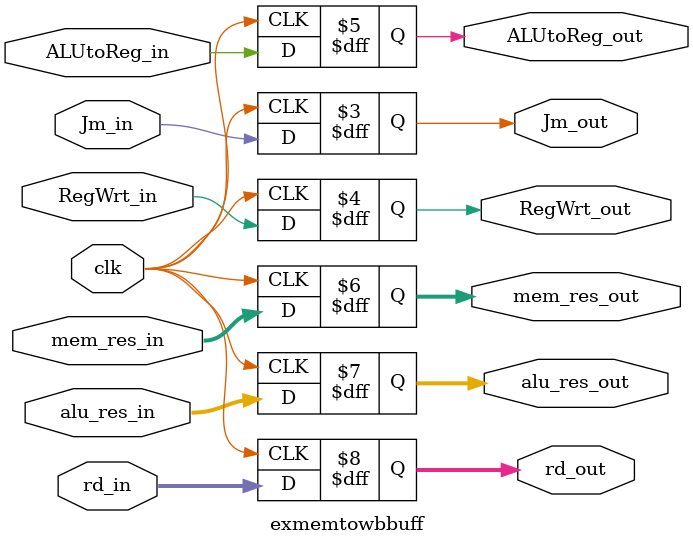
<source format=v>
`timescale 1ns / 1ps


module exmemtowbbuff(clk, Jm_in, RegWrt_in, ALUtoReg_in, mem_res_in, alu_res_in, rd_in, Jm_out, RegWrt_out, ALUtoReg_out, mem_res_out, alu_res_out, rd_out);

input Jm_in, RegWrt_in, ALUtoReg_in;
input [31:0] mem_res_in, alu_res_in;
input [5:0] rd_in;
input clk;

output reg Jm_out, RegWrt_out, ALUtoReg_out;
output reg [31:0] mem_res_out, alu_res_out;
output reg [5:0] rd_out;

initial
begin
    RegWrt_out = 0;
    ALUtoReg_out = 0;
    Jm_out = 0;
    
    mem_res_out = 0;
    alu_res_out = 0;

    rd_out = 0;
end

always@(posedge clk)
begin
    //WB Stage
    Jm_out = Jm_in;
    RegWrt_out = RegWrt_in;
    ALUtoReg_out = ALUtoReg_in;
    
    // Results from ALU output and Memory Read Data
    mem_res_out = mem_res_in;
    alu_res_out = alu_res_in;
    
    // Write register address
    rd_out = rd_in;
end

endmodule

</source>
